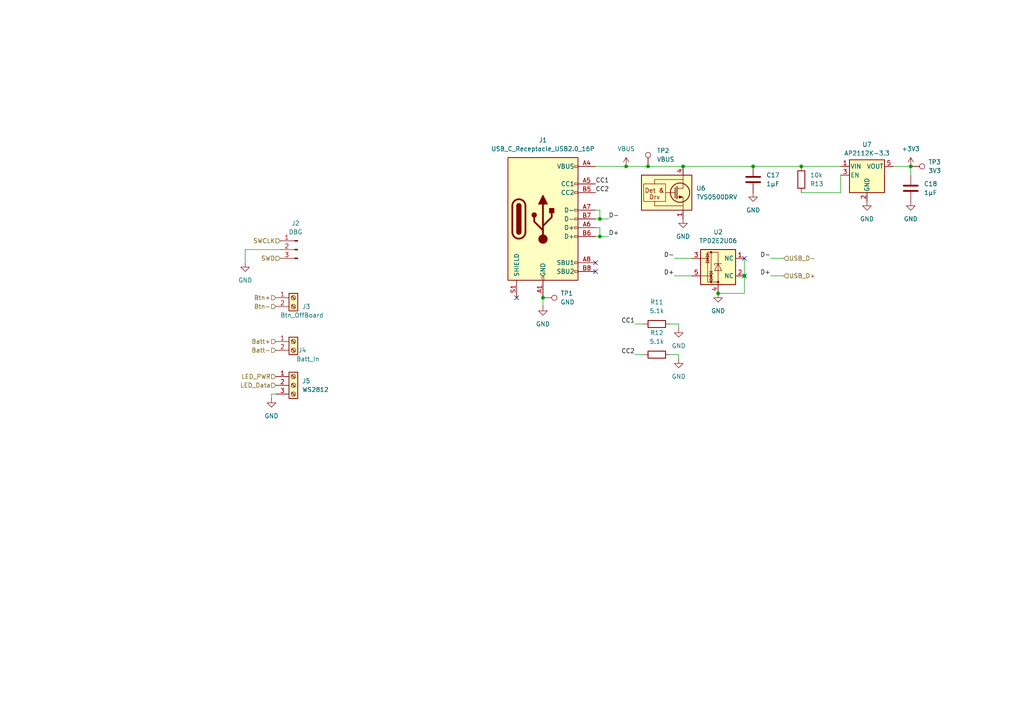
<source format=kicad_sch>
(kicad_sch (version 20231120) (generator "eeschema") (generator_version "8.0")
  (paper "A4")
  (lib_symbols
    (symbol "Connector:Conn_01x03_Pin" (pin_names (offset 1.016) hide)
      (property "Reference" "J" (at 0 5.08 0))
      (property "Value" "Conn_01x03_Pin" (at 0 -5.08 0))
      (symbol "Conn_01x03_Pin_1_1"
        (polyline (pts (xy 1.27 -2.54) (xy 0.8636 -2.54)) (stroke (width 0.1524)))
        (polyline (pts (xy 1.27 0) (xy 0.8636 0)) (stroke (width 0.1524)))
        (polyline (pts (xy 1.27 2.54) (xy 0.8636 2.54)) (stroke (width 0.1524)))
        (rectangle (start 0.8636 -2.413) (end 0 -2.667) (stroke (width 0.1524)) (fill (type outline)))
        (rectangle (start 0.8636 0.127) (end 0 -0.127) (stroke (width 0.1524)) (fill (type outline)))
        (rectangle (start 0.8636 2.667) (end 0 2.413) (stroke (width 0.1524)) (fill (type outline)))
        (pin passive line (at 5.08 2.54 180) (length 3.81) (name "Pin_1") (number "1"))
        (pin passive line (at 5.08 0 180) (length 3.81) (name "Pin_2") (number "2"))
        (pin passive line (at 5.08 -2.54 180) (length 3.81) (name "Pin_3") (number "3"))
      )
    )
    (symbol "Connector:Screw_Terminal_01x02" (pin_names (offset 1.016) hide)
      (property "Reference" "J" (at 0 2.54 0))
      (property "Value" "Screw_Terminal_01x02" (at 0 -5.08 0))
      (symbol "Screw_Terminal_01x02_1_1"
        (rectangle (start -1.27 1.27) (end 1.27 -3.81) (stroke (width 0.254)) (fill (type background)))
        (circle (center 0 -2.54) (radius 0.635) (stroke (width 0.1524)))
        (polyline (pts (xy -0.5334 -2.2098) (xy 0.3302 -3.048)) (stroke (width 0.1524)))
        (polyline (pts (xy -0.5334 0.3302) (xy 0.3302 -0.508)) (stroke (width 0.1524)))
        (polyline (pts (xy -0.3556 -2.032) (xy 0.508 -2.8702)) (stroke (width 0.1524)))
        (polyline (pts (xy -0.3556 0.508) (xy 0.508 -0.3302)) (stroke (width 0.1524)))
        (circle (center 0 0) (radius 0.635) (stroke (width 0.1524)))
        (pin passive line (at -5.08 0 0) (length 3.81) (name "Pin_1") (number "1"))
        (pin passive line (at -5.08 -2.54 0) (length 3.81) (name "Pin_2") (number "2"))
      )
    )
    (symbol "Connector:Screw_Terminal_01x03" (pin_names (offset 1.016) hide)
      (property "Reference" "J" (at 0 5.08 0))
      (property "Value" "Screw_Terminal_01x03" (at 0 -5.08 0))
      (symbol "Screw_Terminal_01x03_1_1"
        (rectangle (start -1.27 3.81) (end 1.27 -3.81) (stroke (width 0.254)) (fill (type background)))
        (circle (center 0 -2.54) (radius 0.635) (stroke (width 0.1524)))
        (polyline (pts (xy -0.5334 -2.2098) (xy 0.3302 -3.048)) (stroke (width 0.1524)))
        (polyline (pts (xy -0.5334 0.3302) (xy 0.3302 -0.508)) (stroke (width 0.1524)))
        (polyline (pts (xy -0.5334 2.8702) (xy 0.3302 2.032)) (stroke (width 0.1524)))
        (polyline (pts (xy -0.3556 -2.032) (xy 0.508 -2.8702)) (stroke (width 0.1524)))
        (polyline (pts (xy -0.3556 0.508) (xy 0.508 -0.3302)) (stroke (width 0.1524)))
        (polyline (pts (xy -0.3556 3.048) (xy 0.508 2.2098)) (stroke (width 0.1524)))
        (circle (center 0 0) (radius 0.635) (stroke (width 0.1524)))
        (circle (center 0 2.54) (radius 0.635) (stroke (width 0.1524)))
        (pin passive line (at -5.08 2.54 0) (length 3.81) (name "Pin_1") (number "1"))
        (pin passive line (at -5.08 0 0) (length 3.81) (name "Pin_2") (number "2"))
        (pin passive line (at -5.08 -2.54 0) (length 3.81) (name "Pin_3") (number "3"))
      )
    )
    (symbol "Connector:TestPoint" (pin_numbers hide) (pin_names (offset 0.762) hide)
      (property "Reference" "TP" (at 0 6.858 0))
      (property "Value" "TestPoint" (at 0 5.08 0))
      (symbol "TestPoint_0_1"
        (circle (center 0 3.302) (radius 0.762))
      )
      (symbol "TestPoint_1_1"
        (pin passive line (at 0 0 90) (length 2.54) (name "1") (number "1"))
      )
    )
    (symbol "Connector:USB_C_Receptacle_USB2.0_16P" (pin_names (offset 1.016))
      (property "Reference" "J" (at 0 22.225 0))
      (property "Value" "USB_C_Receptacle_USB2.0_16P" (at 0 19.685 0))
      (symbol "USB_C_Receptacle_USB2.0_16P_0_0"
        (rectangle (start -0.254 -17.78) (end 0.254 -16.764))
        (rectangle (start 10.16 -14.986) (end 9.144 -15.494))
        (rectangle (start 10.16 -12.446) (end 9.144 -12.954))
        (rectangle (start 10.16 -4.826) (end 9.144 -5.334))
        (rectangle (start 10.16 -2.286) (end 9.144 -2.794))
        (rectangle (start 10.16 0.254) (end 9.144 -0.254))
        (rectangle (start 10.16 2.794) (end 9.144 2.286))
        (rectangle (start 10.16 7.874) (end 9.144 7.366))
        (rectangle (start 10.16 10.414) (end 9.144 9.906))
        (rectangle (start 10.16 15.494) (end 9.144 14.986))
      )
      (symbol "USB_C_Receptacle_USB2.0_16P_0_1"
        (rectangle (start -10.16 17.78) (end 10.16 -17.78) (stroke (width 0.254)) (fill (type background)))
        (arc (start -8.89 -3.81) (mid -6.985 -5.7067) (end -5.08 -3.81) (stroke (width 0.508)))
        (arc (start -7.62 -3.81) (mid -6.985 -4.4423) (end -6.35 -3.81) (stroke (width 0.254)))
        (arc (start -7.62 -3.81) (mid -6.985 -4.4423) (end -6.35 -3.81) (stroke (width 0.254)) (fill (type outline)))
        (rectangle (start -7.62 -3.81) (end -6.35 3.81) (stroke (width 0.254)) (fill (type outline)))
        (arc (start -6.35 3.81) (mid -6.985 4.4423) (end -7.62 3.81) (stroke (width 0.254)))
        (arc (start -6.35 3.81) (mid -6.985 4.4423) (end -7.62 3.81) (stroke (width 0.254)) (fill (type outline)))
        (arc (start -5.08 3.81) (mid -6.985 5.7067) (end -8.89 3.81) (stroke (width 0.508)))
        (circle (center -2.54 1.143) (radius 0.635) (stroke (width 0.254)) (fill (type outline)))
        (circle (center 0 -5.842) (radius 1.27) (fill (type outline)))
        (polyline (pts (xy -8.89 -3.81) (xy -8.89 3.81)) (stroke (width 0.508)))
        (polyline (pts (xy -5.08 3.81) (xy -5.08 -3.81)) (stroke (width 0.508)))
        (polyline (pts (xy 0 -5.842) (xy 0 4.318)) (stroke (width 0.508)))
        (polyline (pts (xy 0 -3.302) (xy -2.54 -0.762) (xy -2.54 0.508)) (stroke (width 0.508)))
        (polyline (pts (xy 0 -2.032) (xy 2.54 0.508) (xy 2.54 1.778)) (stroke (width 0.508)))
        (polyline (pts (xy -1.27 4.318) (xy 0 6.858) (xy 1.27 4.318) (xy -1.27 4.318)) (stroke (width 0.254)) (fill (type outline)))
        (rectangle (start 1.905 1.778) (end 3.175 3.048) (stroke (width 0.254)) (fill (type outline)))
      )
      (symbol "USB_C_Receptacle_USB2.0_16P_1_1"
        (pin passive line (at 0 -22.86 90) (length 5.08) (name "GND") (number "A1"))
        (pin passive line (at 0 -22.86 90) (length 5.08) hide (name "GND") (number "A12"))
        (pin passive line (at 15.24 15.24 180) (length 5.08) (name "VBUS") (number "A4"))
        (pin bidirectional line (at 15.24 10.16 180) (length 5.08) (name "CC1") (number "A5"))
        (pin bidirectional line (at 15.24 -2.54 180) (length 5.08) (name "D+") (number "A6"))
        (pin bidirectional line (at 15.24 2.54 180) (length 5.08) (name "D-") (number "A7"))
        (pin bidirectional line (at 15.24 -12.7 180) (length 5.08) (name "SBU1") (number "A8"))
        (pin passive line (at 15.24 15.24 180) (length 5.08) hide (name "VBUS") (number "A9"))
        (pin passive line (at 0 -22.86 90) (length 5.08) hide (name "GND") (number "B1"))
        (pin passive line (at 0 -22.86 90) (length 5.08) hide (name "GND") (number "B12"))
        (pin passive line (at 15.24 15.24 180) (length 5.08) hide (name "VBUS") (number "B4"))
        (pin bidirectional line (at 15.24 7.62 180) (length 5.08) (name "CC2") (number "B5"))
        (pin bidirectional line (at 15.24 -5.08 180) (length 5.08) (name "D+") (number "B6"))
        (pin bidirectional line (at 15.24 0 180) (length 5.08) (name "D-") (number "B7"))
        (pin bidirectional line (at 15.24 -15.24 180) (length 5.08) (name "SBU2") (number "B8"))
        (pin passive line (at 15.24 15.24 180) (length 5.08) hide (name "VBUS") (number "B9"))
        (pin passive line (at -7.62 -22.86 90) (length 5.08) (name "SHIELD") (number "S1"))
      )
    )
    (symbol "Device:C" (pin_numbers hide) (pin_names (offset 0.254))
      (property "Reference" "C" (at 0.635 2.54 0))
      (property "Value" "C" (at 0.635 -2.54 0))
      (symbol "C_0_1"
        (polyline (pts (xy -2.032 -0.762) (xy 2.032 -0.762)) (stroke (width 0.508)))
        (polyline (pts (xy -2.032 0.762) (xy 2.032 0.762)) (stroke (width 0.508)))
      )
      (symbol "C_1_1"
        (pin passive line (at 0 3.81 270) (length 2.794) (name "~") (number "1"))
        (pin passive line (at 0 -3.81 90) (length 2.794) (name "~") (number "2"))
      )
    )
    (symbol "Device:R" (pin_numbers hide) (pin_names (offset 0))
      (property "Reference" "R" (at 2.032 0 90))
      (property "Value" "R" (at 0 0 90))
      (symbol "R_0_1"
        (rectangle (start -1.016 -2.54) (end 1.016 2.54) (stroke (width 0.254)))
      )
      (symbol "R_1_1"
        (pin passive line (at 0 3.81 270) (length 1.27) (name "~") (number "1"))
        (pin passive line (at 0 -3.81 90) (length 1.27) (name "~") (number "2"))
      )
    )
    (symbol "Power_Protection:TPD2E2U06"
      (property "Reference" "U" (at -3.81 6.35 0))
      (property "Value" "TPD2E2U06" (at 6.35 -6.35 0))
      (symbol "TPD2E2U06_0_1"
        (rectangle (start -5.08 5.08) (end 5.08 -5.08) (stroke (width 0.254)) (fill (type background)))
        (circle (center -3.048 2.54) (radius 0.254) (fill (type outline)))
        (rectangle (start -3.048 4.318) (end 0 -4.318))
        (circle (center -2.032 -4.318) (radius 0.254) (fill (type outline)))
        (circle (center -2.032 -2.54) (radius 0.254) (fill (type outline)))
        (circle (center -2.032 4.318) (radius 0.254) (fill (type outline)))
        (circle (center 0 -4.318) (radius 0.254) (fill (type outline)))
        (polyline (pts (xy -3.048 2.54) (xy -5.08 2.54)))
        (polyline (pts (xy -2.54 2.032) (xy -3.556 2.032)))
        (polyline (pts (xy -2.54 3.81) (xy -3.556 3.81)))
        (polyline (pts (xy -2.032 -4.318) (xy -2.032 4.318)))
        (polyline (pts (xy -2.032 -2.54) (xy -5.08 -2.54)))
        (polyline (pts (xy -1.524 -3.048) (xy -2.54 -3.048)))
        (polyline (pts (xy -1.524 -1.27) (xy -2.54 -1.27)))
        (polyline (pts (xy 0 -4.318) (xy 0 -5.08)))
        (polyline (pts (xy 1.016 1.016) (xy -1.016 1.016) (xy -1.016 0.508)))
        (polyline (pts (xy -3.048 2.032) (xy -3.556 1.27) (xy -2.54 1.27) (xy -3.048 2.032)))
        (polyline (pts (xy -3.048 3.81) (xy -3.556 3.048) (xy -2.54 3.048) (xy -3.048 3.81)))
        (polyline (pts (xy -2.032 -3.048) (xy -2.54 -3.81) (xy -1.524 -3.81) (xy -2.032 -3.048)))
        (polyline (pts (xy -2.032 -1.27) (xy -2.54 -2.032) (xy -1.524 -2.032) (xy -2.032 -1.27)))
        (polyline (pts (xy 0 1.016) (xy 1.016 -1.016) (xy -1.016 -1.016) (xy 0 1.016)))
      )
      (symbol "TPD2E2U06_1_1"
        (pin passive line (at 7.62 2.54 180) (length 2.54) (name "NC") (number "1"))
        (pin passive line (at 7.62 -2.54 180) (length 2.54) (name "NC") (number "2"))
        (pin passive line (at -7.62 2.54 0) (length 2.54) (name "~") (number "3"))
        (pin passive line (at 0 -7.62 90) (length 2.54) (name "~") (number "4"))
        (pin passive line (at -7.62 -2.54 0) (length 2.54) (name "~") (number "5"))
      )
    )
    (symbol "Power_Protection:TVS0500DRV" (pin_names (offset 0) hide)
      (property "Reference" "U" (at 2.54 1.27 0))
      (property "Value" "TVS0500DRV" (at 2.54 -1.27 0))
      (symbol "TVS0500DRV_0_0"
        (rectangle (start -11.43 2.54) (end -5.08 -2.54))
        (polyline (pts (xy 0 1.27) (xy -1.778 1.27)))
        (polyline (pts (xy -8.255 -2.54) (xy -8.255 -3.81) (xy 0 -3.81)))
        (polyline (pts (xy -8.255 2.54) (xy -8.255 3.81) (xy 0 3.81)))
        (text "Det &" (at -8.255 0.635 0) (effects (font (size 1.27 1.27))))
        (text "Drv" (at -8.255 -1.27 0) (effects (font (size 1.27 1.27))))
      )
      (symbol "TVS0500DRV_0_1"
        (rectangle (start -12.065 5.08) (end 2.54 -5.08) (stroke (width 0.254)) (fill (type background)))
        (circle (center -0.889 0) (radius 2.794) (stroke (width 0.254)))
        (polyline (pts (xy -2.286 0) (xy -5.08 0)))
        (polyline (pts (xy -2.286 1.397) (xy -2.286 -1.524)) (stroke (width 0.254)))
        (polyline (pts (xy -1.778 1.778) (xy -1.778 -1.778)) (stroke (width 0.254)))
        (polyline (pts (xy 0 -2.54) (xy 0 -5.08)))
        (polyline (pts (xy 0 2.54) (xy 0 1.27)))
        (polyline (pts (xy 0 5.08) (xy 0 2.54)))
        (polyline (pts (xy 0 -2.54) (xy 0 -1.27) (xy -1.778 -1.27)))
        (polyline (pts (xy -0.127 -1.27) (xy -1.143 -1.651) (xy -1.143 -0.889) (xy -0.127 -1.27)) (fill (type outline)))
      )
      (symbol "TVS0500DRV_1_1"
        (pin power_in line (at 0 -7.62 90) (length 2.54) (name "GND") (number "1"))
        (pin passive line (at 0 -7.62 90) (length 2.54) hide (name "GND") (number "2"))
        (pin passive line (at 0 -7.62 90) (length 2.54) hide (name "GND") (number "3"))
        (pin passive line (at 0 7.62 270) (length 2.54) (name "IN") (number "4"))
        (pin passive line (at 0 7.62 270) (length 2.54) hide (name "IN") (number "5"))
        (pin passive line (at 0 7.62 270) (length 2.54) hide (name "IN") (number "6"))
        (pin passive line (at 0 -7.62 90) (length 2.54) hide (name "GND") (number "7"))
      )
    )
    (symbol "Regulator_Linear:AP2112K-3.3" (pin_names (offset 0.254))
      (property "Reference" "U" (at -5.08 5.715 0))
      (property "Value" "AP2112K-3.3" (at 0 5.715 0))
      (symbol "AP2112K-3.3_0_1"
        (rectangle (start -5.08 4.445) (end 5.08 -5.08) (stroke (width 0.254)) (fill (type background)))
      )
      (symbol "AP2112K-3.3_1_1"
        (pin power_in line (at -7.62 2.54 0) (length 2.54) (name "VIN") (number "1"))
        (pin power_in line (at 0 -7.62 90) (length 2.54) (name "GND") (number "2"))
        (pin input line (at -7.62 0 0) (length 2.54) (name "EN") (number "3"))
        (pin no_connect line (at 5.08 0 180) (length 2.54) hide (name "NC") (number "4"))
        (pin power_out line (at 7.62 2.54 180) (length 2.54) (name "VOUT") (number "5"))
      )
    )
    (symbol "power:+3V3" (power) (pin_numbers hide) (pin_names (offset 0) hide)
      (property "Value" "+3V3" (at 0 3.556 0))
      (symbol "+3V3_0_1"
        (polyline (pts (xy -0.762 1.27) (xy 0 2.54)))
        (polyline (pts (xy 0 0) (xy 0 2.54)))
        (polyline (pts (xy 0 2.54) (xy 0.762 1.27)))
      )
      (symbol "+3V3_1_1"
        (pin power_in line (at 0 0 90) (length 0) (name "~") (number "1"))
      )
    )
    (symbol "power:GND" (power) (pin_numbers hide) (pin_names (offset 0) hide)
      (property "Value" "GND" (at 0 -3.81 0))
      (symbol "GND_0_1"
        (polyline (pts (xy 0 0) (xy 0 -1.27) (xy 1.27 -1.27) (xy 0 -2.54) (xy -1.27 -1.27) (xy 0 -1.27)))
      )
      (symbol "GND_1_1"
        (pin power_in line (at 0 0 270) (length 0) (name "~") (number "1"))
      )
    )
    (symbol "power:VBUS" (power) (pin_numbers hide) (pin_names (offset 0) hide)
      (property "Value" "VBUS" (at 0 3.556 0))
      (symbol "VBUS_0_1"
        (polyline (pts (xy -0.762 1.27) (xy 0 2.54)))
        (polyline (pts (xy 0 0) (xy 0 2.54)))
        (polyline (pts (xy 0 2.54) (xy 0.762 1.27)))
      )
      (symbol "VBUS_1_1"
        (pin power_in line (at 0 0 90) (length 0) (name "~") (number "1"))
      )
    )
  )
  (junction (at 218.44 48.26))
  (junction (at 157.48 86.36))
  (junction (at 264.16 48.26))
  (junction (at 232.41 48.26))
  (junction (at 181.61 48.26))
  (junction (at 173.99 63.5))
  (junction (at 187.96 48.26))
  (junction (at 173.99 68.58))
  (junction (at 208.28 85.09))
  (junction (at 198.12 48.26))
  (junction (at 215.9 80.01))
  (no_connect (at 215.9 80.01))
  (no_connect (at 215.9 74.93))
  (no_connect (at 172.72 76.2))
  (no_connect (at 149.86 86.36))
  (no_connect (at 172.72 78.74))
  (wire (pts (xy 80.01 114.3) (xy 78.74 114.3)))
  (wire (pts (xy 173.99 66.04) (xy 173.99 68.58)))
  (wire (pts (xy 184.15 102.87) (xy 186.69 102.87)))
  (wire (pts (xy 78.74 114.3) (xy 78.74 115.57)))
  (wire (pts (xy 187.96 48.26) (xy 198.12 48.26)))
  (wire (pts (xy 243.84 55.88) (xy 243.84 50.8)))
  (wire (pts (xy 184.15 93.98) (xy 186.69 93.98)))
  (wire (pts (xy 208.28 85.09) (xy 215.9 85.09)))
  (wire (pts (xy 173.99 60.96) (xy 173.99 63.5)))
  (wire (pts (xy 176.53 63.5) (xy 173.99 63.5)))
  (wire (pts (xy 81.28 72.39) (xy 71.12 72.39)))
  (wire (pts (xy 232.41 55.88) (xy 243.84 55.88)))
  (wire (pts (xy 173.99 66.04) (xy 172.72 66.04)))
  (wire (pts (xy 223.52 74.93) (xy 227.33 74.93)))
  (wire (pts (xy 157.48 88.9) (xy 157.48 86.36)))
  (wire (pts (xy 223.52 80.01) (xy 227.33 80.01)))
  (wire (pts (xy 259.08 48.26) (xy 264.16 48.26)))
  (wire (pts (xy 264.16 50.8) (xy 264.16 48.26)))
  (wire (pts (xy 173.99 68.58) (xy 172.72 68.58)))
  (wire (pts (xy 215.9 85.09) (xy 215.9 80.01)))
  (wire (pts (xy 198.12 48.26) (xy 218.44 48.26)))
  (wire (pts (xy 181.61 48.26) (xy 187.96 48.26)))
  (wire (pts (xy 181.61 48.26) (xy 172.72 48.26)))
  (wire (pts (xy 195.58 74.93) (xy 200.66 74.93)))
  (wire (pts (xy 195.58 80.01) (xy 200.66 80.01)))
  (wire (pts (xy 215.9 74.93) (xy 215.9 80.01)))
  (wire (pts (xy 173.99 60.96) (xy 172.72 60.96)))
  (wire (pts (xy 194.31 102.87) (xy 196.85 102.87)))
  (wire (pts (xy 173.99 63.5) (xy 172.72 63.5)))
  (wire (pts (xy 71.12 72.39) (xy 71.12 76.2)))
  (wire (pts (xy 196.85 102.87) (xy 196.85 104.14)))
  (wire (pts (xy 218.44 48.26) (xy 232.41 48.26)))
  (wire (pts (xy 196.85 95.25) (xy 196.85 93.98)))
  (wire (pts (xy 176.53 68.58) (xy 173.99 68.58)))
  (wire (pts (xy 232.41 48.26) (xy 243.84 48.26)))
  (wire (pts (xy 196.85 93.98) (xy 194.31 93.98)))
  (label "D+" (at 223.52 80.01 180))
  (label "CC1" (at 172.72 53.34 0))
  (label "CC2" (at 172.72 55.88 0))
  (label "CC2" (at 184.15 102.87 180))
  (label "D-" (at 176.53 63.5 0))
  (label "D+" (at 176.53 68.58 0))
  (label "D-" (at 195.58 74.93 180))
  (label "D-" (at 223.52 74.93 180))
  (label "CC1" (at 184.15 93.98 180))
  (label "D+" (at 195.58 80.01 180))
  (hierarchical_label "Btn-" (shape input) (at 80.01 88.9 180))
  (hierarchical_label "SWD" (shape input) (at 81.28 74.93 180))
  (hierarchical_label "USB_D+" (shape input) (at 227.33 80.01 0))
  (hierarchical_label "Batt+" (shape input) (at 80.01 99.06 180))
  (hierarchical_label "SWCLK" (shape input) (at 81.28 69.85 180))
  (hierarchical_label "Batt-" (shape input) (at 80.01 101.6 180))
  (hierarchical_label "LED_Data" (shape input) (at 80.01 111.76 180))
  (hierarchical_label "USB_D-" (shape input) (at 227.33 74.93 0))
  (hierarchical_label "LED_PWR" (shape input) (at 80.01 109.22 180))
  (hierarchical_label "Btn+" (shape input) (at 80.01 86.36 180))
  (symbol (lib_id "power:GND") (at 157.48 88.9 0) (unit 1)
    (property "Reference" "#PWR0102" (effects (hide yes)))
    (property "Value" "GND" (at 157.48 93.98 0))
    (property "Description" "Power symbol creates a global label with name \"GND\" , ground" (effects (hide yes)))
    (instances (project "cheapino" (path "" (reference "#PWR0102") (unit 1))) (project "cheapino" (path "" (reference "#PWR02") (unit 1))))
  )
  (symbol (lib_id "Connector:USB_C_Receptacle_USB2.0_16P") (at 157.48 63.5 0) (unit 1)
    (property "Reference" "J1" (at 157.48 40.64 0))
    (property "Value" "USB_C_Receptacle_USB2.0_16P" (at 157.48 43.18 0))
    (property "Footprint" "Connector_USB:USB_C_Receptacle_GCT_USB4105-xx-A_16P_TopMnt_Horizontal" (effects (hide yes)))
    (property "Datasheet" "https://www.usb.org/sites/default/files/documents/usb_type-c.zip" (effects (hide yes)))
    (property "Description" "USB 2.0-only 16P Type-C Receptacle connector" (effects (hide yes)))
  )
  (symbol (lib_id "Device:R") (at 190.5 93.98 90) (unit 1)
    (property "Reference" "R11" (at 190.5 87.63 90))
    (property "Value" "5.1k" (at 190.5 90.17 90))
    (property "Footprint" "Resistor_SMD:R_0805_2012Metric_Pad1.20x1.40mm_HandSolder" (effects (hide yes)))
    (property "Description" "Resistor" (effects (hide yes)))
  )
  (symbol (lib_id "Connector:TestPoint") (at 187.96 48.26 0) (unit 1)
    (property "Reference" "TP2" (at 190.5 43.6879 0) (effects (justify left)))
    (property "Value" "VBUS" (at 190.5 46.2279 0) (effects (justify left)))
    (property "Footprint" "TestPoint:TestPoint_Pad_D1.5mm" (effects (hide yes)))
    (property "Description" "test point" (effects (hide yes)))
  )
  (symbol (lib_id "Connector:Conn_01x03_Pin") (at 86.36 72.39 0) (mirror y) (unit 1)
    (property "Reference" "J2" (at 85.725 64.77 0))
    (property "Value" "DBG" (at 85.725 67.31 0))
    (property "Footprint" "Connector_PinHeader_2.54mm:PinHeader_1x03_P2.54mm_Vertical" (effects (hide yes)))
    (property "Description" "Generic connector, single row, 01x03, script generated" (effects (hide yes)))
  )
  (symbol (lib_id "Power_Protection:TVS0500DRV") (at 198.12 55.88 0) (unit 1)
    (property "Reference" "U6" (at 201.93 54.6099 0) (effects (justify left)))
    (property "Value" "TVS0500DRV" (at 201.93 57.1499 0) (effects (justify left)))
    (property "Footprint" "Package_SON:WSON-6-1EP_2x2mm_P0.65mm_EP1x1.6mm" (effects (hide yes)))
    (property "Datasheet" "http://www.ti.com/lit/ds/symlink/tvs0500.pdf" (effects (hide yes)))
    (property "Description" "Flat-Clamp Surge Protection Device. 5Vrwm, WSON-6" (effects (hide yes)))
  )
  (symbol (lib_id "power:GND") (at 208.28 85.09 0) (mirror y) (unit 1)
    (property "Reference" "#PWR0103" (effects (hide yes)))
    (property "Value" "GND" (at 208.28 90.17 0))
    (property "Description" "Power symbol creates a global label with name \"GND\" , ground" (effects (hide yes)))
    (instances (project "cheapino" (path "" (reference "#PWR0103") (unit 1))) (project "cheapino" (path "" (reference "#PWR07") (unit 1))))
  )
  (symbol (lib_id "Regulator_Linear:AP2112K-3.3") (at 251.46 50.8 0) (unit 1)
    (property "Reference" "U7" (at 251.46 41.91 0))
    (property "Value" "AP2112K-3.3" (at 251.46 44.45 0))
    (property "Footprint" "Package_TO_SOT_SMD:SOT-23-5" (effects (hide yes)))
    (property "Datasheet" "https://www.diodes.com/assets/Datasheets/AP2112.pdf" (effects (hide yes)))
    (property "Description" "600mA low dropout linear regulator, with enable pin, 3.8V-6V input voltage range, 3.3V fixed positive output, SOT-23-5" (effects (hide yes)))
    (instances (project "" (path "" (reference "U7") (unit 1))) (project "" (path "" (reference "U3") (unit 1))))
  )
  (symbol (lib_id "Device:C") (at 218.44 52.07 0) (unit 1)
    (property "Reference" "C17" (at 222.25 50.7999 0) (effects (justify left)))
    (property "Value" "1μF" (at 222.25 53.3399 0) (effects (justify left)))
    (property "Footprint" "Capacitor_SMD:C_0805_2012Metric_Pad1.18x1.45mm_HandSolder" (effects (hide yes)))
    (property "Description" "Unpolarized capacitor" (effects (hide yes)))
  )
  (symbol (lib_id "power:+3V3") (at 264.16 48.26 0) (unit 1)
    (property "Reference" "#PWR016" (effects (hide yes)))
    (property "Value" "+3V3" (at 264.16 43.18 0))
    (property "Description" "Power symbol creates a global label with name \"+3V3\"" (effects (hide yes)))
  )
  (symbol (lib_id "power:VBUS") (at 181.61 48.26 0) (unit 1)
    (property "Reference" "#PWR014" (effects (hide yes)))
    (property "Value" "VBUS" (at 181.61 43.18 0))
    (property "Description" "Power symbol creates a global label with name \"VBUS\"" (effects (hide yes)))
  )
  (symbol (lib_id "Device:R") (at 190.5 102.87 270) (mirror x) (unit 1)
    (property "Reference" "R12" (at 190.5 96.52 90))
    (property "Value" "5.1k" (at 190.5 99.06 90))
    (property "Footprint" "Resistor_SMD:R_0805_2012Metric_Pad1.20x1.40mm_HandSolder" (effects (hide yes)))
    (property "Description" "Resistor" (effects (hide yes)))
  )
  (symbol (lib_id "Device:R") (at 232.41 52.07 0) (mirror x) (unit 1)
    (property "Reference" "R13" (at 234.95 53.3401 0) (effects (justify left)))
    (property "Value" "10k" (at 234.95 50.8001 0) (effects (justify left)))
    (property "Footprint" "Resistor_SMD:R_0805_2012Metric_Pad1.20x1.40mm_HandSolder" (effects (hide yes)))
    (property "Description" "Resistor" (effects (hide yes)))
    (instances (project "" (path "" (reference "R13") (unit 1))) (project "" (path "" (reference "R3") (unit 1))))
  )
  (symbol (lib_id "Connector:Screw_Terminal_01x02") (at 85.09 86.36 0) (unit 1) (on_board no)
    (property "Reference" "J3" (at 87.63 88.9 0) (effects (justify left)))
    (property "Value" "Btn_OffBoard" (at 81.28 91.44 0) (effects (justify left)))
    (property "Footprint" "TerminalBlock:TerminalBlock_Altech_AK300-2_P5.00mm" (effects (hide yes)))
  )
  (symbol (lib_id "power:GND") (at 196.85 104.14 0) (unit 1)
    (property "Reference" "#PWR0104" (effects (hide yes)))
    (property "Value" "GND" (at 196.85 109.22 0))
    (property "Description" "Power symbol creates a global label with name \"GND\" , ground" (effects (hide yes)))
    (instances (project "cheapino" (path "" (reference "#PWR0104") (unit 1))) (project "cheapino" (path "" (reference "#PWR03") (unit 1))))
  )
  (symbol (lib_id "Connector:Screw_Terminal_01x03") (at 85.09 111.76 0) (unit 1) (on_board no)
    (property "Reference" "J5" (at 87.63 110.49 0) (effects (justify left)))
    (property "Value" "WS2812" (at 87.63 113.03 0) (effects (justify left)))
    (property "Footprint" "TerminalBlock:TerminalBlock_Altech_AK300-3_P5.00mm" (effects (hide yes)))
  )
  (symbol (lib_id "Device:C") (at 264.16 54.61 0) (unit 1)
    (property "Reference" "C18" (at 267.97 53.3399 0) (effects (justify left)))
    (property "Value" "1μF" (at 267.97 55.8799 0) (effects (justify left)))
    (property "Footprint" "Capacitor_SMD:C_0805_2012Metric_Pad1.18x1.45mm_HandSolder" (effects (hide yes)))
    (property "Description" "Unpolarized capacitor" (effects (hide yes)))
  )
  (symbol (lib_id "power:GND") (at 71.12 76.2 0) (mirror y) (unit 1)
    (property "Reference" "#PWR013" (effects (hide yes)))
    (property "Value" "GND" (at 71.12 81.28 0))
    (property "Description" "Power symbol creates a global label with name \"GND\" , ground" (effects (hide yes)))
  )
  (symbol (lib_id "power:GND") (at 264.16 58.42 0) (unit 1)
    (property "Reference" "#PWR015" (effects (hide yes)))
    (property "Value" "GND" (at 264.16 63.5 0))
    (property "Description" "Power symbol creates a global label with name \"GND\" , ground" (effects (hide yes)))
  )
  (symbol (lib_id "power:GND") (at 78.74 115.57 0) (unit 1)
    (property "Reference" "#PWR08" (effects (hide yes)))
    (property "Value" "GND" (at 78.74 120.65 0))
    (property "Description" "Power symbol creates a global label with name \"GND\" , ground" (effects (hide yes)))
  )
  (symbol (lib_id "power:GND") (at 196.85 95.25 0) (unit 1)
    (property "Reference" "#PWR0105" (effects (hide yes)))
    (property "Value" "GND" (at 196.85 100.33 0))
    (property "Description" "Power symbol creates a global label with name \"GND\" , ground" (effects (hide yes)))
    (instances (project "cheapino" (path "" (reference "#PWR0105") (unit 1))) (project "cheapino" (path "" (reference "#PWR04") (unit 1))))
  )
  (symbol (lib_id "power:GND") (at 218.44 55.88 0) (unit 1)
    (property "Reference" "#PWR0101" (effects (hide yes)))
    (property "Value" "GND" (at 218.44 60.96 0))
    (property "Description" "Power symbol creates a global label with name \"GND\" , ground" (effects (hide yes)))
    (instances (project "cheapino" (path "" (reference "#PWR0101") (unit 1))) (project "cheapino" (path "" (reference "#PWR05") (unit 1))))
  )
  (symbol (lib_id "Power_Protection:TPD2E2U06") (at 208.28 77.47 0) (unit 1)
    (property "Reference" "U2" (at 208.28 67.31 0))
    (property "Value" "TPD2E2U06" (at 208.28 69.85 0))
    (property "Footprint" "Package_TO_SOT_SMD:SOT-553" (effects (hide yes)))
    (property "Datasheet" "http://www.ti.com/lit/ds/symlink/tpd2e2u06.pdf" (effects (hide yes)))
    (property "Description" "Dual-Channel High-Speed ESD Protection" (effects (hide yes)))
  )
  (symbol (lib_id "power:GND") (at 251.46 58.42 0) (unit 1)
    (property "Reference" "#PWR017" (effects (hide yes)))
    (property "Value" "GND" (at 251.46 63.5 0))
    (property "Description" "Power symbol creates a global label with name \"GND\" , ground" (effects (hide yes)))
  )
  (symbol (lib_id "Connector:TestPoint") (at 264.16 48.26 270) (unit 1)
    (property "Reference" "TP3" (at 269.24 46.9899 90) (effects (justify left)))
    (property "Value" "3V3" (at 269.24 49.5299 90) (effects (justify left)))
    (property "Footprint" "TestPoint:TestPoint_Pad_D1.5mm" (effects (hide yes)))
    (property "Description" "test point" (effects (hide yes)))
  )
  (symbol (lib_id "Connector:Screw_Terminal_01x02") (at 85.09 99.06 0) (unit 1) (on_board no)
    (property "Reference" "J4" (at 88.9 101.6 0) (effects (justify right)))
    (property "Value" "Batt_In" (at 92.71 104.14 0) (effects (justify right)))
    (property "Footprint" "TerminalBlock:TerminalBlock_Altech_AK300-2_P5.00mm" (effects (hide yes)))
  )
  (symbol (lib_id "power:GND") (at 198.12 63.5 0) (unit 1)
    (property "Reference" "#PWR048" (effects (hide yes)))
    (property "Value" "GND" (at 198.12 68.58 0))
    (property "Description" "Power symbol creates a global label with name \"GND\" , ground" (effects (hide yes)))
  )
  (symbol (lib_id "Connector:TestPoint") (at 157.48 86.36 270) (unit 1)
    (property "Reference" "TP1" (at 162.56 85.0899 90) (effects (justify left)))
    (property "Value" "GND" (at 162.56 87.6299 90) (effects (justify left)))
    (property "Footprint" "TestPoint:TestPoint_Pad_1.5x1.5mm" (effects (hide yes)))
    (property "Description" "test point" (effects (hide yes)))
  )
)
</source>
